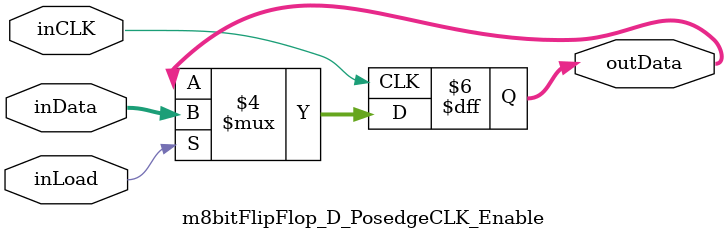
<source format=v>
module m8bitFlipFlop_D_PosedgeCLK_Enable(input [7:0] inData, 
													  input inCLK,	
													  input inLoad,
													  output reg [7:0] outData);
													  
always @ (posedge inCLK)
	if (inLoad == 1'b1)
		begin
		outData = inData;
		end
		

endmodule

</source>
